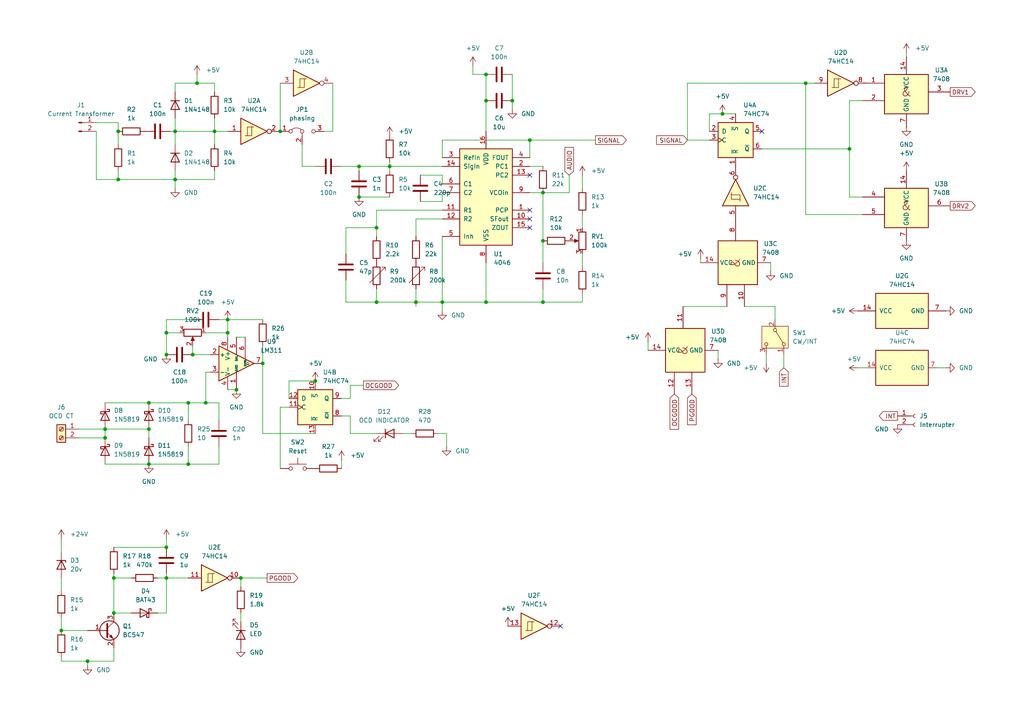
<source format=kicad_sch>
(kicad_sch (version 20231120) (generator "eeschema") (generator_version "8.0")
  (paper "A4")
  (title_block (title "HNaderi's PLL SSTC") (rev "2") (company "hnaderi.dev"))
  (junction (at 48.26 96.52))
  (junction (at 17.78 182.88))
  (junction (at 43.18 116.84))
  (junction (at 33.02 177.8))
  (junction (at 209.55 33.02))
  (junction (at 43.18 134.62))
  (junction (at 66.04 92.71))
  (junction (at 66.04 96.52))
  (junction (at 25.4 191.77))
  (junction (at 76.2 105.41))
  (junction (at 55.88 102.87))
  (junction (at 104.14 57.15))
  (junction (at 33.02 167.64))
  (junction (at 140.97 21.59))
  (junction (at 48.26 102.87))
  (junction (at 59.69 116.84))
  (junction (at 54.61 116.84))
  (junction (at 57.15 24.13))
  (junction (at 113.03 48.26))
  (junction (at 34.29 38.1))
  (junction (at 128.27 87.63))
  (junction (at 69.85 167.64))
  (junction (at 43.18 124.46))
  (junction (at 48.26 167.64))
  (junction (at 140.97 87.63))
  (junction (at 109.22 66.04))
  (junction (at 157.48 55.88))
  (junction (at 157.48 69.85))
  (junction (at 62.23 38.1))
  (junction (at 140.97 29.21))
  (junction (at 50.8 38.1))
  (junction (at 54.61 134.62))
  (junction (at 157.48 87.63))
  (junction (at 68.58 113.03))
  (junction (at 50.8 52.07))
  (junction (at 148.59 29.21))
  (junction (at 34.29 52.07))
  (junction (at 120.65 87.63))
  (junction (at 233.68 24.13))
  (junction (at 30.48 124.46))
  (junction (at 246.38 43.18))
  (junction (at 30.48 127))
  (junction (at 81.28 38.1))
  (junction (at 104.14 48.26))
  (junction (at 109.22 87.63))
  (junction (at 48.26 158.75))
  (junction (at 91.44 110.49))
  (junction (at 153.67 40.64))
  (no_connect (at 162.56 181.61))
  (no_connect (at 153.67 60.96))
  (no_connect (at 153.67 66.04))
  (no_connect (at 153.67 63.5))
  (no_connect (at 220.98 38.1))
  (no_connect (at 153.67 50.8))
  (wire (pts (xy 30.48 134.62) (xy 43.18 134.62)))
  (wire (pts (xy 81.28 24.13) (xy 81.28 38.1)))
  (wire (pts (xy 63.5 92.71) (xy 66.04 92.71)))
  (wire (pts (xy 48.26 92.71) (xy 48.26 96.52)))
  (wire (pts (xy 223.52 78.74) (xy 223.52 76.2)))
  (wire (pts (xy 34.29 49.53) (xy 34.29 52.07)))
  (wire (pts (xy 208.28 104.14) (xy 208.28 101.6)))
  (wire (pts (xy 60.96 107.95) (xy 59.69 107.95)))
  (wire (pts (xy 87.63 48.26) (xy 91.44 48.26)))
  (wire (pts (xy 129.54 129.54) (xy 129.54 125.73)))
  (wire (pts (xy 262.89 15.24) (xy 262.89 16.51)))
  (wire (pts (xy 54.61 167.64) (xy 48.26 167.64)))
  (wire (pts (xy 100.33 87.63) (xy 109.22 87.63)))
  (wire (pts (xy 57.15 21.59) (xy 57.15 24.13)))
  (wire (pts (xy 101.6 120.65) (xy 101.6 125.73)))
  (wire (pts (xy 27.94 35.56) (xy 34.29 35.56)))
  (wire (pts (xy 99.06 120.65) (xy 101.6 120.65)))
  (wire (pts (xy 68.58 97.79) (xy 71.12 97.79)))
  (wire (pts (xy 140.97 29.21) (xy 140.97 38.1)))
  (wire (pts (xy 274.32 106.68) (xy 271.78 106.68)))
  (wire (pts (xy 55.88 92.71) (xy 48.26 92.71)))
  (wire (pts (xy 100.33 66.04) (xy 100.33 73.66)))
  (wire (pts (xy 199.39 24.13) (xy 199.39 40.64)))
  (wire (pts (xy 100.33 66.04) (xy 109.22 66.04)))
  (wire (pts (xy 93.98 38.1) (xy 96.52 38.1)))
  (wire (pts (xy 224.79 92.71) (xy 224.79 88.9)))
  (wire (pts (xy 66.04 92.71) (xy 76.2 92.71)))
  (wire (pts (xy 63.5 134.62) (xy 63.5 129.54)))
  (wire (pts (xy 62.23 38.1) (xy 66.04 38.1)))
  (wire (pts (xy 50.8 38.1) (xy 50.8 34.29)))
  (wire (pts (xy 119.38 125.73) (xy 116.84 125.73)))
  (wire (pts (xy 66.04 97.79) (xy 66.04 96.52)))
  (wire (pts (xy 27.94 52.07) (xy 34.29 52.07)))
  (wire (pts (xy 104.14 57.15) (xy 113.03 57.15)))
  (wire (pts (xy 120.65 88.9) (xy 120.65 87.63)))
  (wire (pts (xy 101.6 125.73) (xy 109.22 125.73)))
  (wire (pts (xy 153.67 40.64) (xy 153.67 45.72)))
  (wire (pts (xy 83.82 110.49) (xy 91.44 110.49)))
  (wire (pts (xy 157.48 87.63) (xy 168.91 87.63)))
  (wire (pts (xy 236.22 24.13) (xy 233.68 24.13)))
  (wire (pts (xy 45.72 177.8) (xy 48.26 177.8)))
  (wire (pts (xy 69.85 180.34) (xy 69.85 177.8)))
  (wire (pts (xy 54.61 116.84) (xy 59.69 116.84)))
  (wire (pts (xy 168.91 50.8) (xy 168.91 54.61)))
  (wire (pts (xy 55.88 100.33) (xy 55.88 102.87)))
  (wire (pts (xy 48.26 102.87) (xy 48.26 96.52)))
  (wire (pts (xy 81.28 118.11) (xy 81.28 135.89)))
  (wire (pts (xy 227.33 102.87) (xy 227.33 106.68)))
  (wire (pts (xy 168.91 77.47) (xy 168.91 73.66)))
  (wire (pts (xy 120.65 87.63) (xy 128.27 87.63)))
  (wire (pts (xy 30.48 124.46) (xy 43.18 124.46)))
  (wire (pts (xy 157.48 87.63) (xy 140.97 87.63)))
  (wire (pts (xy 233.68 24.13) (xy 199.39 24.13)))
  (wire (pts (xy 33.02 191.77) (xy 33.02 187.96)))
  (wire (pts (xy 33.02 167.64) (xy 33.02 177.8)))
  (wire (pts (xy 59.69 107.95) (xy 59.69 116.84)))
  (wire (pts (xy 33.02 166.37) (xy 33.02 167.64)))
  (wire (pts (xy 25.4 182.88) (xy 17.78 182.88)))
  (wire (pts (xy 246.38 29.21) (xy 250.19 29.21)))
  (wire (pts (xy 129.54 125.73) (xy 127 125.73)))
  (wire (pts (xy 43.18 124.46) (xy 43.18 127)))
  (wire (pts (xy 168.91 87.63) (xy 168.91 85.09)))
  (wire (pts (xy 120.65 63.5) (xy 120.65 68.58)))
  (wire (pts (xy 99.06 133.35) (xy 99.06 135.89)))
  (wire (pts (xy 113.03 48.26) (xy 128.27 48.26)))
  (wire (pts (xy 50.8 54.61) (xy 50.8 52.07)))
  (wire (pts (xy 45.72 167.64) (xy 48.26 167.64)))
  (wire (pts (xy 48.26 177.8) (xy 48.26 167.64)))
  (wire (pts (xy 22.86 127) (xy 30.48 127)))
  (wire (pts (xy 38.1 167.64) (xy 33.02 167.64)))
  (wire (pts (xy 187.96 101.6) (xy 187.96 99.06)))
  (wire (pts (xy 22.86 124.46) (xy 30.48 124.46)))
  (wire (pts (xy 81.28 118.11) (xy 83.82 118.11)))
  (wire (pts (xy 25.4 191.77) (xy 33.02 191.77)))
  (wire (pts (xy 30.48 124.46) (xy 30.48 127)))
  (wire (pts (xy 17.78 171.45) (xy 17.78 167.64)))
  (wire (pts (xy 203.2 76.2) (xy 203.2 74.93)))
  (wire (pts (xy 76.2 125.73) (xy 76.2 105.41)))
  (wire (pts (xy 30.48 116.84) (xy 43.18 116.84)))
  (wire (pts (xy 153.67 55.88) (xy 157.48 55.88)))
  (wire (pts (xy 128.27 50.8) (xy 128.27 53.34)))
  (wire (pts (xy 55.88 102.87) (xy 60.96 102.87)))
  (wire (pts (xy 43.18 116.84) (xy 54.61 116.84)))
  (wire (pts (xy 209.55 33.02) (xy 213.36 33.02)))
  (wire (pts (xy 43.18 134.62) (xy 54.61 134.62)))
  (wire (pts (xy 62.23 34.29) (xy 62.23 38.1)))
  (wire (pts (xy 48.26 96.52) (xy 52.07 96.52)))
  (wire (pts (xy 246.38 57.15) (xy 250.19 57.15)))
  (wire (pts (xy 27.94 38.1) (xy 27.94 52.07)))
  (wire (pts (xy 104.14 48.26) (xy 113.03 48.26)))
  (wire (pts (xy 83.82 115.57) (xy 83.82 110.49)))
  (wire (pts (xy 137.16 19.05) (xy 137.16 21.59)))
  (wire (pts (xy 54.61 134.62) (xy 54.61 129.54)))
  (wire (pts (xy 157.48 87.63) (xy 157.48 83.82)))
  (wire (pts (xy 224.79 88.9) (xy 215.9 88.9)))
  (wire (pts (xy 198.12 88.9) (xy 210.82 88.9)))
  (wire (pts (xy 57.15 24.13) (xy 62.23 24.13)))
  (wire (pts (xy 87.63 41.91) (xy 87.63 48.26)))
  (wire (pts (xy 48.26 166.37) (xy 48.26 167.64)))
  (wire (pts (xy 96.52 38.1) (xy 96.52 24.13)))
  (wire (pts (xy 137.16 21.59) (xy 140.97 21.59)))
  (wire (pts (xy 109.22 60.96) (xy 128.27 60.96)))
  (wire (pts (xy 49.53 38.1) (xy 50.8 38.1)))
  (wire (pts (xy 109.22 87.63) (xy 120.65 87.63)))
  (wire (pts (xy 17.78 191.77) (xy 25.4 191.77)))
  (wire (pts (xy 62.23 24.13) (xy 62.23 26.67)))
  (wire (pts (xy 205.74 38.1) (xy 205.74 33.02)))
  (wire (pts (xy 17.78 160.02) (xy 17.78 156.21)))
  (wire (pts (xy 109.22 68.58) (xy 109.22 66.04)))
  (wire (pts (xy 148.59 21.59) (xy 148.59 29.21)))
  (wire (pts (xy 69.85 167.64) (xy 77.47 167.64)))
  (wire (pts (xy 233.68 62.23) (xy 250.19 62.23)))
  (wire (pts (xy 205.74 40.64) (xy 199.39 40.64)))
  (wire (pts (xy 66.04 92.71) (xy 66.04 96.52)))
  (wire (pts (xy 246.38 43.18) (xy 246.38 57.15)))
  (wire (pts (xy 76.2 100.33) (xy 76.2 105.41)))
  (wire (pts (xy 109.22 83.82) (xy 109.22 87.63)))
  (wire (pts (xy 101.6 115.57) (xy 99.06 115.57)))
  (wire (pts (xy 101.6 111.76) (xy 101.6 115.57)))
  (wire (pts (xy 50.8 52.07) (xy 62.23 52.07)))
  (wire (pts (xy 128.27 90.17) (xy 128.27 87.63)))
  (wire (pts (xy 50.8 52.07) (xy 34.29 52.07)))
  (wire (pts (xy 128.27 45.72) (xy 128.27 40.64)))
  (wire (pts (xy 62.23 41.91) (xy 62.23 38.1)))
  (wire (pts (xy 17.78 179.07) (xy 17.78 182.88)))
  (wire (pts (xy 205.74 33.02) (xy 209.55 33.02)))
  (wire (pts (xy 34.29 35.56) (xy 34.29 38.1)))
  (wire (pts (xy 113.03 49.53) (xy 113.03 48.26)))
  (wire (pts (xy 105.41 111.76) (xy 101.6 111.76)))
  (wire (pts (xy 120.65 63.5) (xy 128.27 63.5)))
  (wire (pts (xy 50.8 52.07) (xy 50.8 49.53)))
  (wire (pts (xy 17.78 191.77) (xy 17.78 190.5)))
  (wire (pts (xy 50.8 24.13) (xy 57.15 24.13)))
  (wire (pts (xy 121.92 50.8) (xy 128.27 50.8)))
  (wire (pts (xy 157.48 55.88) (xy 157.48 69.85)))
  (wire (pts (xy 128.27 87.63) (xy 140.97 87.63)))
  (wire (pts (xy 165.1 55.88) (xy 157.48 55.88)))
  (wire (pts (xy 48.26 158.75) (xy 33.02 158.75)))
  (wire (pts (xy 38.1 177.8) (xy 33.02 177.8)))
  (wire (pts (xy 121.92 58.42) (xy 128.27 58.42)))
  (wire (pts (xy 153.67 48.26) (xy 157.48 48.26)))
  (wire (pts (xy 25.4 193.04) (xy 25.4 191.77)))
  (wire (pts (xy 59.69 116.84) (xy 63.5 116.84)))
  (wire (pts (xy 222.25 105.41) (xy 222.25 102.87)))
  (wire (pts (xy 153.67 40.64) (xy 172.72 40.64)))
  (wire (pts (xy 148.59 29.21) (xy 148.59 31.75)))
  (wire (pts (xy 140.97 76.2) (xy 140.97 87.63)))
  (wire (pts (xy 165.1 50.8) (xy 165.1 55.88)))
  (wire (pts (xy 220.98 43.18) (xy 246.38 43.18)))
  (wire (pts (xy 100.33 81.28) (xy 100.33 87.63)))
  (wire (pts (xy 50.8 38.1) (xy 62.23 38.1)))
  (wire (pts (xy 128.27 40.64) (xy 153.67 40.64)))
  (wire (pts (xy 50.8 41.91) (xy 50.8 38.1)))
  (wire (pts (xy 109.22 60.96) (xy 109.22 66.04)))
  (wire (pts (xy 113.03 46.99) (xy 113.03 48.26)))
  (wire (pts (xy 99.06 48.26) (xy 104.14 48.26)))
  (wire (pts (xy 248.92 106.68) (xy 251.46 106.68)))
  (wire (pts (xy 54.61 134.62) (xy 63.5 134.62)))
  (wire (pts (xy 157.48 69.85) (xy 157.48 76.2)))
  (wire (pts (xy 168.91 66.04) (xy 168.91 62.23)))
  (wire (pts (xy 120.65 83.82) (xy 120.65 87.63)))
  (wire (pts (xy 233.68 24.13) (xy 233.68 62.23)))
  (wire (pts (xy 54.61 116.84) (xy 54.61 121.92)))
  (wire (pts (xy 140.97 21.59) (xy 140.97 29.21)))
  (wire (pts (xy 246.38 29.21) (xy 246.38 43.18)))
  (wire (pts (xy 66.04 113.03) (xy 68.58 113.03)))
  (wire (pts (xy 48.26 156.21) (xy 48.26 158.75)))
  (wire (pts (xy 250.19 24.13) (xy 251.46 24.13)))
  (wire (pts (xy 63.5 116.84) (xy 63.5 121.92)))
  (wire (pts (xy 69.85 167.64) (xy 69.85 170.18)))
  (wire (pts (xy 128.27 68.58) (xy 128.27 87.63)))
  (wire (pts (xy 91.44 125.73) (xy 76.2 125.73)))
  (wire (pts (xy 50.8 24.13) (xy 50.8 26.67)))
  (wire (pts (xy 128.27 58.42) (xy 128.27 55.88)))
  (wire (pts (xy 104.14 48.26) (xy 104.14 49.53)))
  (wire (pts (xy 62.23 49.53) (xy 62.23 52.07)))
  (wire (pts (xy 66.04 96.52) (xy 59.69 96.52)))
  (wire (pts (xy 34.29 41.91) (xy 34.29 38.1)))
  (global_label "INT" (shape output) (at 260.35 120.65 180) (property "Intersheetrefs" "${INTERSHEET_REFS}" (effects (hide yes))))
  (global_label "INT" (shape input) (at 227.33 106.68 270) (property "Intersheetrefs" "${INTERSHEET_REFS}" (effects (hide yes))))
  (global_label "SIGNAL" (shape input) (at 199.39 40.64 180) (property "Intersheetrefs" "${INTERSHEET_REFS}" (effects (hide yes))))
  (global_label "OCGOOD" (shape output) (at 105.41 111.76 0) (property "Intersheetrefs" "${INTERSHEET_REFS}" (effects (hide yes))))
  (global_label "OCGOOD" (shape input) (at 195.58 114.3 270) (property "Intersheetrefs" "${INTERSHEET_REFS}" (effects (hide yes))))
  (global_label "PGOOD" (shape input) (at 200.66 114.3 270) (property "Intersheetrefs" "${INTERSHEET_REFS}" (effects (hide yes))))
  (global_label "AUDIO" (shape input) (at 165.1 50.8 90) (property "Intersheetrefs" "${INTERSHEET_REFS}" (effects (hide yes))))
  (global_label "PGOOD" (shape output) (at 77.47 167.64 0) (property "Intersheetrefs" "${INTERSHEET_REFS}" (effects (hide yes))))
  (global_label "SIGNAL" (shape output) (at 172.72 40.64 0) (property "Intersheetrefs" "${INTERSHEET_REFS}" (effects (hide yes))))
  (global_label "DRV1" (shape output) (at 275.59 26.67 0) (property "Intersheetrefs" "${INTERSHEET_REFS}" (effects (hide yes))))
  (global_label "DRV2" (shape output) (at 275.59 59.69 0) (property "Intersheetrefs" "${INTERSHEET_REFS}" (effects (hide yes))))
  (symbol (lib_id "74xx:74HC74") (at 213.36 40.64 0) (unit 1)
    (property "Reference" "U4" (at 215.5541 30.48 0) (effects (justify left)))
    (property "Value" "74HC74" (at 215.5541 33.02 0) (effects (justify left)))
    (property "Footprint" "Package_DIP:DIP-14_W7.62mm" (effects (hide yes)))
    (property "Datasheet" "74xx/74hc_hct74.pdf" (effects (hide yes)))
    (property "Description" "Dual D Flip-flop, Set & Reset" (effects (hide yes)))
  )
  (symbol (lib_id "Diode:BAT43") (at 41.91 177.8 0) (mirror y) (unit 1)
    (property "Reference" "D4" (at 42.2275 171.45 0))
    (property "Value" "BAT43" (at 42.2275 173.99 0))
    (property "Footprint" "Diode_THT:D_DO-35_SOD27_P7.62mm_Horizontal" (effects (hide yes)))
    (property "Datasheet" "http://www.vishay.com/docs/85660/bat42.pdf" (effects (hide yes)))
    (property "Description" "30V 0.2A Small Signal Schottky Diode, DO-35" (effects (hide yes)))
  )
  (symbol (lib_id "power:+5V") (at 222.25 105.41 0) (mirror x) (unit 1)
    (property "Reference" "#PWR032" (effects (hide yes)))
    (property "Value" "+5V" (at 219.71 106.6799 0) (effects (justify right)))
    (property "Description" "Power symbol creates a global label with name \"+5V\"" (effects (hide yes)))
  )
  (symbol (lib_id "74xx:74HC14") (at 213.36 55.88 90) (unit 3)
    (property "Reference" "U2" (at 218.44 54.6099 90) (effects (justify right)))
    (property "Value" "74HC14" (at 218.44 57.1499 90) (effects (justify right)))
    (property "Footprint" "Package_DIP:DIP-14_W7.62mm" (effects (hide yes)))
    (property "Datasheet" "http://www.ti.com/lit/gpn/sn74HC14" (effects (hide yes)))
    (property "Description" "Hex inverter schmitt trigger" (effects (hide yes)))
  )
  (symbol (lib_id "Device:C") (at 63.5 125.73 0) (unit 1)
    (property "Reference" "C20" (at 67.31 124.4599 0) (effects (justify left)))
    (property "Value" "1n" (at 67.31 126.9999 0) (effects (justify left)))
    (property "Description" "Unpolarized capacitor" (effects (hide yes)))
  )
  (symbol (lib_id "power:+5V") (at 99.06 133.35 0) (unit 1)
    (property "Reference" "#PWR049" (effects (hide yes)))
    (property "Value" "+5V" (at 101.6 132.0799 0) (effects (justify left)))
    (property "Description" "Power symbol creates a global label with name \"+5V\"" (effects (hide yes)))
  )
  (symbol (lib_id "Device:R") (at 69.85 173.99 0) (unit 1)
    (property "Reference" "R19" (at 72.39 172.7199 0) (effects (justify left)))
    (property "Value" "1.8k" (at 72.39 175.2599 0) (effects (justify left)))
    (property "Footprint" "Resistor_THT:R_Axial_DIN0207_L6.3mm_D2.5mm_P2.54mm_Vertical" (effects (hide yes)))
    (property "Description" "Resistor" (effects (hide yes)))
  )
  (symbol (lib_id "power:GND") (at 128.27 90.17 0) (unit 1)
    (property "Reference" "#PWR08" (effects (hide yes)))
    (property "Value" "GND" (at 130.81 91.4399 0) (effects (justify left)))
    (property "Description" "Power symbol creates a global label with name \"GND\" , ground" (effects (hide yes)))
  )
  (symbol (lib_id "Device:R") (at 17.78 186.69 0) (unit 1)
    (property "Reference" "R16" (at 20.32 185.4199 0) (effects (justify left)))
    (property "Value" "1k" (at 20.32 187.9599 0) (effects (justify left)))
    (property "Footprint" "Resistor_THT:R_Axial_DIN0207_L6.3mm_D2.5mm_P2.54mm_Vertical" (effects (hide yes)))
    (property "Description" "Resistor" (effects (hide yes)))
  )
  (symbol (lib_id "Device:R") (at 157.48 52.07 0) (unit 1)
    (property "Reference" "R11" (at 160.02 50.7999 0) (effects (justify left)))
    (property "Value" "22k" (at 160.02 53.3399 0) (effects (justify left)))
    (property "Footprint" "Resistor_THT:R_Axial_DIN0207_L6.3mm_D2.5mm_P2.54mm_Vertical" (effects (hide yes)))
    (property "Description" "Resistor" (effects (hide yes)))
  )
  (symbol (lib_id "Diode:1N4148") (at 50.8 30.48 270) (unit 1)
    (property "Reference" "D1" (at 53.34 29.2099 90) (effects (justify left)))
    (property "Value" "1N4148" (at 53.34 31.7499 90) (effects (justify left)))
    (property "Footprint" "Diode_THT:D_DO-35_SOD27_P7.62mm_Horizontal" (effects (hide yes)))
    (property "Datasheet" "https://assets.nexperia.com/documents/data-sheet/1N4148_1N4448.pdf" (effects (hide yes)))
    (property "Description" "100V 0.15A standard switching diode, DO-35" (effects (hide yes)))
    (property "Sim.Device" "D" (effects (hide yes)))
    (property "Sim.Pins" "1=K 2=A" (effects (hide yes)))
  )
  (symbol (lib_id "Device:C") (at 100.33 77.47 0) (unit 1)
    (property "Reference" "C5" (at 104.14 76.1999 0) (effects (justify left)))
    (property "Value" "47p" (at 104.14 78.7399 0) (effects (justify left)))
    (property "Footprint" "Capacitor_THT:C_Disc_D3.0mm_W2.0mm_P2.50mm" (effects (hide yes)))
    (property "Description" "Unpolarized capacitor" (effects (hide yes)))
  )
  (symbol (lib_id "Device:R_Variable") (at 120.65 80.01 0) (unit 1)
    (property "Reference" "R8" (at 124.46 78.7399 0) (effects (justify left)))
    (property "Value" "200k" (at 124.46 81.2799 0) (effects (justify left)))
    (property "Footprint" "Resistor_THT:R_Axial_DIN0207_L6.3mm_D2.5mm_P2.54mm_Vertical" (effects (hide yes)))
    (property "Description" "Variable resistor" (effects (hide yes)))
  )
  (symbol (lib_id "Device:R") (at 41.91 167.64 270) (unit 1)
    (property "Reference" "R18" (at 41.91 161.29 90))
    (property "Value" "470k" (at 41.91 163.83 90))
    (property "Footprint" "Resistor_THT:R_Axial_DIN0207_L6.3mm_D2.5mm_P2.54mm_Vertical" (effects (hide yes)))
    (property "Description" "Resistor" (effects (hide yes)))
  )
  (symbol (lib_id "Device:R") (at 38.1 38.1 270) (unit 1)
    (property "Reference" "R2" (at 38.1 31.75 90))
    (property "Value" "1k" (at 38.1 34.29 90))
    (property "Footprint" "Resistor_THT:R_Axial_DIN0207_L6.3mm_D2.5mm_P2.54mm_Vertical" (effects (hide yes)))
    (property "Description" "Resistor" (effects (hide yes)))
  )
  (symbol (lib_id "power:+5V") (at 203.2 74.93 0) (unit 1)
    (property "Reference" "#PWR033" (effects (hide yes)))
    (property "Value" "+5V" (at 200.66 73.6599 0) (effects (justify right)))
    (property "Description" "Power symbol creates a global label with name \"+5V\"" (effects (hide yes)))
  )
  (symbol (lib_id "4xxx:4046") (at 140.97 55.88 0) (unit 1)
    (property "Reference" "U1" (at 143.1641 73.66 0) (effects (justify left)))
    (property "Value" "4046" (at 143.1641 76.2 0) (effects (justify left)))
    (property "Footprint" "Package_DIP:DIP-14_W7.62mm" (effects (hide yes)))
    (property "Datasheet" "https://assets.nexperia.com/documents/data-sheet/HEF4046B.pdf" (effects (hide yes)))
    (property "Description" "Phase Comp & VCO" (effects (hide yes)))
  )
  (symbol (lib_id "Device:R") (at 33.02 162.56 0) (unit 1)
    (property "Reference" "R17" (at 35.56 161.2899 0) (effects (justify left)))
    (property "Value" "1k" (at 35.56 163.8299 0) (effects (justify left)))
    (property "Footprint" "Resistor_THT:R_Axial_DIN0207_L6.3mm_D2.5mm_P2.54mm_Vertical" (effects (hide yes)))
    (property "Description" "Resistor" (effects (hide yes)))
  )
  (symbol (lib_id "power:GND") (at 148.59 31.75 0) (unit 1)
    (property "Reference" "#PWR010" (effects (hide yes)))
    (property "Value" "GND" (at 151.13 33.0199 0) (effects (justify left)))
    (property "Description" "Power symbol creates a global label with name \"GND\" , ground" (effects (hide yes)))
  )
  (symbol (lib_id "74xx_IEEE:7408") (at 198.12 101.6 90) (unit 4)
    (property "Reference" "U3" (at 208.28 96.1038 90))
    (property "Value" "7408" (at 208.28 98.6438 90))
    (property "Footprint" "Package_DIP:DIP-14_W7.62mm" (effects (hide yes)))
  )
  (symbol (lib_id "power:GND") (at 50.8 54.61 0) (unit 1)
    (property "Reference" "#PWR02" (effects (hide yes)))
    (property "Value" "GND" (at 53.34 55.8799 0) (effects (justify left)))
    (property "Description" "Power symbol creates a global label with name \"GND\" , ground" (effects (hide yes)))
  )
  (symbol (lib_id "Diode:1N5819") (at 30.48 120.65 270) (unit 1)
    (property "Reference" "D8" (at 33.02 119.0624 90) (effects (justify left)))
    (property "Value" "1N5819" (at 33.02 121.6024 90) (effects (justify left)))
    (property "Footprint" "Diode_THT:D_DO-41_SOD81_P10.16mm_Horizontal" (effects (hide yes)))
    (property "Datasheet" "http://www.vishay.com/docs/88525/1n5817.pdf" (effects (hide yes)))
    (property "Description" "40V 1A Schottky Barrier Rectifier Diode, DO-41" (effects (hide yes)))
  )
  (symbol (lib_id "Device:R") (at 123.19 125.73 270) (unit 1)
    (property "Reference" "R28" (at 123.19 119.38 90))
    (property "Value" "470" (at 123.19 121.92 90))
    (property "Description" "Resistor" (effects (hide yes)))
  )
  (symbol (lib_id "power:GND") (at 104.14 57.15 0) (unit 1)
    (property "Reference" "#PWR07" (effects (hide yes)))
    (property "Value" "GND" (at 104.14 62.23 0))
    (property "Description" "Power symbol creates a global label with name \"GND\" , ground" (effects (hide yes)))
  )
  (symbol (lib_id "power:+5V") (at 209.55 33.02 0) (unit 1)
    (property "Reference" "#PWR016" (effects (hide yes)))
    (property "Value" "+5V" (at 209.55 27.94 0))
    (property "Description" "Power symbol creates a global label with name \"+5V\"" (effects (hide yes)))
  )
  (symbol (lib_id "power:+5V") (at 248.92 106.68 90) (unit 1)
    (property "Reference" "#PWR015" (effects (hide yes)))
    (property "Value" "+5V" (at 247.65 104.14 90))
    (property "Description" "Power symbol creates a global label with name \"+5V\"" (effects (hide yes)))
  )
  (symbol (lib_id "74xx:74HC74") (at 91.44 118.11 0) (unit 2)
    (property "Reference" "U4" (at 93.6341 107.95 0) (effects (justify left)))
    (property "Value" "74HC74" (at 93.6341 110.49 0) (effects (justify left)))
    (property "Footprint" "Package_DIP:DIP-14_W7.62mm" (effects (hide yes)))
    (property "Datasheet" "74xx/74hc_hct74.pdf" (effects (hide yes)))
    (property "Description" "Dual D Flip-flop, Set & Reset" (effects (hide yes)))
  )
  (symbol (lib_id "Jumper:Jumper_3_Bridged12") (at 87.63 38.1 0) (unit 1) (exclude_from_sim yes) (in_bom no)
    (property "Reference" "JP1" (at 87.63 31.75 0))
    (property "Value" "phasing" (at 87.63 34.29 0))
    (property "Footprint" "Connector_PinSocket_2.00mm:PinSocket_1x03_P2.00mm_Vertical" (effects (hide yes)))
    (property "Description" "Jumper, 3-pole, pins 1+2 closed/bridged" (effects (hide yes)))
  )
  (symbol (lib_id "power:+5V") (at 187.96 99.06 0) (unit 1)
    (property "Reference" "#PWR035" (effects (hide yes)))
    (property "Value" "+5V" (at 185.42 97.7899 0) (effects (justify right)))
    (property "Description" "Power symbol creates a global label with name \"+5V\"" (effects (hide yes)))
  )
  (symbol (lib_id "Device:R") (at 17.78 175.26 0) (unit 1)
    (property "Reference" "R15" (at 20.32 173.9899 0) (effects (justify left)))
    (property "Value" "1k" (at 20.32 176.5299 0) (effects (justify left)))
    (property "Footprint" "Resistor_THT:R_Axial_DIN0207_L6.3mm_D2.5mm_P2.54mm_Vertical" (effects (hide yes)))
    (property "Description" "Resistor" (effects (hide yes)))
  )
  (symbol (lib_id "74xx:74HC74") (at 261.62 106.68 90) (unit 3)
    (property "Reference" "U4" (at 261.62 96.52 90))
    (property "Value" "74HC74" (at 261.62 99.06 90))
    (property "Footprint" "Package_DIP:DIP-14_W7.62mm" (effects (hide yes)))
    (property "Datasheet" "74xx/74hc_hct74.pdf" (effects (hide yes)))
    (property "Description" "Dual D Flip-flop, Set & Reset" (effects (hide yes)))
  )
  (symbol (lib_id "Diode:1N4148") (at 50.8 45.72 270) (unit 1)
    (property "Reference" "D2" (at 53.34 44.4499 90) (effects (justify left)))
    (property "Value" "1N4148" (at 53.34 46.9899 90) (effects (justify left)))
    (property "Footprint" "Diode_THT:D_DO-35_SOD27_P7.62mm_Horizontal" (effects (hide yes)))
    (property "Datasheet" "https://assets.nexperia.com/documents/data-sheet/1N4148_1N4448.pdf" (effects (hide yes)))
    (property "Description" "100V 0.15A standard switching diode, DO-35" (effects (hide yes)))
    (property "Sim.Device" "D" (effects (hide yes)))
    (property "Sim.Pins" "1=K 2=A" (effects (hide yes)))
  )
  (symbol (lib_id "power:+5V") (at 57.15 21.59 0) (unit 1)
    (property "Reference" "#PWR05" (effects (hide yes)))
    (property "Value" "+5V" (at 59.69 20.3199 0) (effects (justify left)))
    (property "Description" "Power symbol creates a global label with name \"+5V\"" (effects (hide yes)))
  )
  (symbol (lib_id "power:GND") (at 274.32 106.68 90) (unit 1)
    (property "Reference" "#PWR014" (effects (hide yes)))
    (property "Value" "GND" (at 278.13 106.6799 90) (effects (justify right)))
    (property "Description" "Power symbol creates a global label with name \"GND\" , ground" (effects (hide yes)))
  )
  (symbol (lib_id "Connector:Screw_Terminal_01x02") (at 17.78 124.46 0) (mirror y) (unit 1)
    (property "Reference" "J6" (at 17.78 118.11 0))
    (property "Value" "OCD CT" (at 17.78 120.65 0))
    (property "Description" "Generic screw terminal, single row, 01x02, script generated (kicad-library-utils/schlib/autogen/connector/)" (effects (hide yes)))
  )
  (symbol (lib_id "power:GND") (at 48.26 102.87 0) (unit 1)
    (property "Reference" "#PWR045" (effects (hide yes)))
    (property "Value" "GND" (at 45.72 104.1399 0) (effects (justify right)))
    (property "Description" "Power symbol creates a global label with name \"GND\" , ground" (effects (hide yes)))
  )
  (symbol (lib_id "74xx:74HC14") (at 62.23 167.64 0) (unit 5)
    (property "Reference" "U2" (at 62.23 158.75 0))
    (property "Value" "74HC14" (at 62.23 161.29 0))
    (property "Footprint" "Package_DIP:DIP-14_W7.62mm" (effects (hide yes)))
    (property "Datasheet" "http://www.ti.com/lit/gpn/sn74HC14" (effects (hide yes)))
    (property "Description" "Hex inverter schmitt trigger" (effects (hide yes)))
  )
  (symbol (lib_id "74xx:74HC14") (at 88.9 24.13 0) (unit 2)
    (property "Reference" "U2" (at 88.9 15.24 0))
    (property "Value" "74HC14" (at 88.9 17.78 0))
    (property "Footprint" "Package_DIP:DIP-14_W7.62mm" (effects (hide yes)))
    (property "Datasheet" "http://www.ti.com/lit/gpn/sn74HC14" (effects (hide yes)))
    (property "Description" "Hex inverter schmitt trigger" (effects (hide yes)))
  )
  (symbol (lib_id "Device:R") (at 54.61 125.73 0) (unit 1)
    (property "Reference" "R25" (at 57.15 124.4599 0) (effects (justify left)))
    (property "Value" "10" (at 57.15 126.9999 0) (effects (justify left)))
    (property "Description" "Resistor" (effects (hide yes)))
  )
  (symbol (lib_id "Device:R_Potentiometer") (at 55.88 96.52 270) (unit 1)
    (property "Reference" "RV2" (at 55.88 90.17 90))
    (property "Value" "100k" (at 55.88 92.71 90))
    (property "Description" "Potentiometer" (effects (hide yes)))
  )
  (symbol (lib_id "Device:C") (at 157.48 80.01 0) (unit 1)
    (property "Reference" "C8" (at 161.29 78.7399 0) (effects (justify left)))
    (property "Value" "10n" (at 161.29 81.2799 0) (effects (justify left)))
    (property "Footprint" "Capacitor_THT:C_Disc_D3.0mm_W2.0mm_P2.50mm" (effects (hide yes)))
    (property "Description" "Unpolarized capacitor" (effects (hide yes)))
  )
  (symbol (lib_id "power:+15V") (at 17.78 156.21 0) (unit 1)
    (property "Reference" "#PWR027" (effects (hide yes)))
    (property "Value" "+24V" (at 20.32 154.9399 0) (effects (justify left)))
    (property "Description" "Power symbol creates a global label with name \"+15V\"" (effects (hide yes)))
  )
  (symbol (lib_id "Switch:SW_Push") (at 86.36 135.89 0) (unit 1)
    (property "Reference" "SW2" (at 86.36 128.27 0))
    (property "Value" "Reset" (at 86.36 130.81 0))
    (property "Description" "Push button switch, generic, two pins" (effects (hide yes)))
  )
  (symbol (lib_id "power:+5V") (at 66.04 92.71 0) (unit 1)
    (property "Reference" "#PWR046" (effects (hide yes)))
    (property "Value" "+5V" (at 66.04 87.63 0))
    (property "Description" "Power symbol creates a global label with name \"+5V\"" (effects (hide yes)))
  )
  (symbol (lib_id "Device:C") (at 95.25 48.26 90) (unit 1)
    (property "Reference" "C2" (at 95.25 53.34 90))
    (property "Value" "100n" (at 95.25 55.88 90))
    (property "Footprint" "Capacitor_THT:C_Disc_D3.0mm_W2.0mm_P2.50mm" (effects (hide yes)))
    (property "Description" "Unpolarized capacitor" (effects (hide yes)))
  )
  (symbol (lib_id "power:GND") (at 69.85 187.96 0) (unit 1)
    (property "Reference" "#PWR030" (effects (hide yes)))
    (property "Value" "GND" (at 72.39 189.2299 0) (effects (justify left)))
    (property "Description" "Power symbol creates a global label with name \"GND\" , ground" (effects (hide yes)))
  )
  (symbol (lib_id "power:+5V") (at 48.26 156.21 0) (unit 1)
    (property "Reference" "#PWR029" (effects (hide yes)))
    (property "Value" "+5V" (at 50.8 154.9399 0) (effects (justify left)))
    (property "Description" "Power symbol creates a global label with name \"+5V\"" (effects (hide yes)))
  )
  (symbol (lib_id "Comparator:LM311") (at 68.58 105.41 0) (unit 1)
    (property "Reference" "U9" (at 78.74 99.0914 0))
    (property "Value" "LM311" (at 78.74 101.6314 0))
    (property "Datasheet" "https://www.st.com/resource/en/datasheet/lm311.pdf" (effects (hide yes)))
    (property "Description" "Voltage Comparator, DIP-8/SOIC-8" (effects (hide yes)))
  )
  (symbol (lib_id "Diode:1N5819") (at 30.48 130.81 270) (unit 1)
    (property "Reference" "D9" (at 33.02 129.2224 90) (effects (justify left)))
    (property "Value" "1N5819" (at 33.02 131.7624 90) (effects (justify left)))
    (property "Footprint" "Diode_THT:D_DO-41_SOD81_P10.16mm_Horizontal" (effects (hide yes)))
    (property "Datasheet" "http://www.vishay.com/docs/88525/1n5817.pdf" (effects (hide yes)))
    (property "Description" "40V 1A Schottky Barrier Rectifier Diode, DO-41" (effects (hide yes)))
  )
  (symbol (lib_id "Device:R") (at 113.03 43.18 0) (unit 1)
    (property "Reference" "R7" (at 115.57 41.9099 0) (effects (justify left)))
    (property "Value" "10k" (at 115.57 44.4499 0) (effects (justify left)))
    (property "Footprint" "Resistor_THT:R_Axial_DIN0207_L6.3mm_D2.5mm_P2.54mm_Vertical" (effects (hide yes)))
    (property "Description" "Resistor" (effects (hide yes)))
  )
  (symbol (lib_id "power:+5V") (at 91.44 110.49 0) (unit 1)
    (property "Reference" "#PWR048" (effects (hide yes)))
    (property "Value" "+5V" (at 91.44 105.41 0))
    (property "Description" "Power symbol creates a global label with name \"+5V\"" (effects (hide yes)))
  )
  (symbol (lib_id "74xx:74HC14") (at 154.94 181.61 0) (unit 6)
    (property "Reference" "U2" (at 154.94 172.72 0))
    (property "Value" "74HC14" (at 154.94 175.26 0))
    (property "Footprint" "Package_DIP:DIP-14_W7.62mm" (effects (hide yes)))
    (property "Datasheet" "http://www.ti.com/lit/gpn/sn74HC14" (effects (hide yes)))
    (property "Description" "Hex inverter schmitt trigger" (effects (hide yes)))
  )
  (symbol (lib_id "74xx_IEEE:7408") (at 262.89 26.67 0) (unit 1)
    (property "Reference" "U3" (at 273.05 20.3514 0))
    (property "Value" "7408" (at 273.05 22.8914 0))
    (property "Footprint" "Package_DIP:DIP-14_W7.62mm" (effects (hide yes)))
  )
  (symbol (lib_id "74xx:74HC14") (at 73.66 38.1 0) (unit 1)
    (property "Reference" "U2" (at 73.66 29.21 0))
    (property "Value" "74HC14" (at 73.66 31.75 0))
    (property "Footprint" "Package_DIP:DIP-14_W7.62mm" (effects (hide yes)))
    (property "Datasheet" "http://www.ti.com/lit/gpn/sn74HC14" (effects (hide yes)))
    (property "Description" "Hex inverter schmitt trigger" (effects (hide yes)))
  )
  (symbol (lib_id "Device:R") (at 168.91 58.42 0) (unit 1)
    (property "Reference" "R13" (at 171.45 57.1499 0) (effects (justify left)))
    (property "Value" "1k" (at 171.45 59.6899 0) (effects (justify left)))
    (property "Footprint" "Resistor_THT:R_Axial_DIN0207_L6.3mm_D2.5mm_P2.54mm_Vertical" (effects (hide yes)))
    (property "Description" "Resistor" (effects (hide yes)))
  )
  (symbol (lib_id "Device:R") (at 62.23 30.48 0) (unit 1)
    (property "Reference" "R3" (at 64.77 29.2099 0) (effects (justify left)))
    (property "Value" "10k" (at 64.77 31.7499 0) (effects (justify left)))
    (property "Footprint" "Resistor_THT:R_Axial_DIN0207_L6.3mm_D2.5mm_P2.54mm_Vertical" (effects (hide yes)))
    (property "Description" "Resistor" (effects (hide yes)))
  )
  (symbol (lib_id "74xx_IEEE:7408") (at 262.89 59.69 0) (unit 2)
    (property "Reference" "U3" (at 273.05 53.3714 0))
    (property "Value" "7408" (at 273.05 55.9114 0))
    (property "Footprint" "Package_DIP:DIP-14_W7.62mm" (effects (hide yes)))
  )
  (symbol (lib_id "power:+15V") (at 147.32 181.61 0) (unit 1)
    (property "Reference" "#PWR055" (effects (hide yes)))
    (property "Value" "+5V" (at 147.32 176.53 0))
    (property "Description" "Power symbol creates a global label with name \"+15V\"" (effects (hide yes)))
  )
  (symbol (lib_id "Device:C") (at 121.92 54.61 0) (unit 1)
    (property "Reference" "C4" (at 125.73 53.3399 0) (effects (justify left)))
    (property "Value" "220p" (at 125.73 55.8799 0) (effects (justify left)))
    (property "Footprint" "Capacitor_THT:C_Disc_D3.0mm_W2.0mm_P2.50mm" (effects (hide yes)))
    (property "Description" "Unpolarized capacitor" (effects (hide yes)))
  )
  (symbol (lib_id "74xx_IEEE:7408") (at 213.36 76.2 90) (unit 3)
    (property "Reference" "U3" (at 223.52 70.7038 90))
    (property "Value" "7408" (at 223.52 73.2438 90))
    (property "Footprint" "Package_DIP:DIP-14_W7.62mm" (effects (hide yes)))
  )
  (symbol (lib_id "Device:R") (at 161.29 69.85 90) (unit 1)
    (property "Reference" "R12" (at 161.29 63.5 90))
    (property "Value" "10k" (at 161.29 66.04 90))
    (property "Footprint" "Resistor_THT:R_Axial_DIN0207_L6.3mm_D2.5mm_P2.54mm_Vertical" (effects (hide yes)))
    (property "Description" "Resistor" (effects (hide yes)))
  )
  (symbol (lib_id "Device:C") (at 59.69 92.71 270) (unit 1)
    (property "Reference" "C19" (at 59.69 85.09 90))
    (property "Value" "100n" (at 59.69 87.63 90))
    (property "Description" "Unpolarized capacitor" (effects (hide yes)))
  )
  (symbol (lib_id "Device:C") (at 144.78 21.59 90) (unit 1)
    (property "Reference" "C7" (at 144.78 13.97 90))
    (property "Value" "100n" (at 144.78 16.51 90))
    (property "Footprint" "Capacitor_THT:C_Disc_D3.0mm_W2.0mm_P2.50mm" (effects (hide yes)))
    (property "Description" "Unpolarized capacitor" (effects (hide yes)))
  )
  (symbol (lib_id "power:+5V") (at 168.91 50.8 0) (unit 1)
    (property "Reference" "#PWR026" (effects (hide yes)))
    (property "Value" "+5V" (at 171.45 49.5299 0) (effects (justify left)))
    (property "Description" "Power symbol creates a global label with name \"+5V\"" (effects (hide yes)))
  )
  (symbol (lib_id "Switch:SW_SPDT") (at 224.79 97.79 270) (unit 1)
    (property "Reference" "SW1" (at 229.87 96.5199 90) (effects (justify left)))
    (property "Value" "CW/INT" (at 229.87 99.0599 90) (effects (justify left)))
    (property "Footprint" "Button_Switch_THT:SW_Slide_SPDT_Straight_CK_OS102011MS2Q" (effects (hide yes)))
    (property "Description" "Switch, single pole double throw" (effects (hide yes)))
  )
  (symbol (lib_id "Device:D_Zener") (at 17.78 163.83 270) (unit 1)
    (property "Reference" "D3" (at 20.32 162.5599 90) (effects (justify left)))
    (property "Value" "20v" (at 20.32 165.0999 90) (effects (justify left)))
    (property "Footprint" "Diode_THT:D_DO-35_SOD27_P10.16mm_Horizontal" (effects (hide yes)))
    (property "Description" "Zener diode" (effects (hide yes)))
  )
  (symbol (lib_id "Device:R") (at 168.91 81.28 0) (unit 1)
    (property "Reference" "R14" (at 171.45 80.0099 0) (effects (justify left)))
    (property "Value" "1k" (at 171.45 82.5499 0) (effects (justify left)))
    (property "Footprint" "Resistor_THT:R_Axial_DIN0207_L6.3mm_D2.5mm_P2.54mm_Vertical" (effects (hide yes)))
    (property "Description" "Resistor" (effects (hide yes)))
  )
  (symbol (lib_id "power:GND") (at 43.18 134.62 0) (unit 1)
    (property "Reference" "#PWR043" (effects (hide yes)))
    (property "Value" "GND" (at 43.18 139.7 0))
    (property "Description" "Power symbol creates a global label with name \"GND\" , ground" (effects (hide yes)))
  )
  (symbol (lib_id "power:+5V") (at 262.89 49.53 0) (unit 1)
    (property "Reference" "#PWR017" (effects (hide yes)))
    (property "Value" "+5V" (at 262.89 44.45 0))
    (property "Description" "Power symbol creates a global label with name \"+5V\"" (effects (hide yes)))
  )
  (symbol (lib_id "Device:R") (at 109.22 72.39 0) (unit 1)
    (property "Reference" "R10" (at 111.76 71.1199 0) (effects (justify left)))
    (property "Value" "2.2k" (at 111.76 73.6599 0) (effects (justify left)))
    (property "Footprint" "Resistor_THT:R_Axial_DIN0207_L6.3mm_D2.5mm_P2.54mm_Vertical" (effects (hide yes)))
    (property "Description" "Resistor" (effects (hide yes)))
  )
  (symbol (lib_id "power:+5V") (at 248.92 90.17 90) (unit 1)
    (property "Reference" "#PWR012" (effects (hide yes)))
    (property "Value" "+5V" (at 245.11 90.1699 90) (effects (justify left)))
    (property "Description" "Power symbol creates a global label with name \"+5V\"" (effects (hide yes)))
  )
  (symbol (lib_id "Diode:1N5819") (at 43.18 130.81 270) (unit 1)
    (property "Reference" "D11" (at 45.72 129.2224 90) (effects (justify left)))
    (property "Value" "1N5819" (at 45.72 131.7624 90) (effects (justify left)))
    (property "Footprint" "Diode_THT:D_DO-41_SOD81_P10.16mm_Horizontal" (effects (hide yes)))
    (property "Datasheet" "http://www.vishay.com/docs/88525/1n5817.pdf" (effects (hide yes)))
    (property "Description" "40V 1A Schottky Barrier Rectifier Diode, DO-41" (effects (hide yes)))
  )
  (symbol (lib_id "power:GND") (at 25.4 193.04 0) (unit 1)
    (property "Reference" "#PWR028" (effects (hide yes)))
    (property "Value" "GND" (at 27.94 194.3099 0) (effects (justify left)))
    (property "Description" "Power symbol creates a global label with name \"GND\" , ground" (effects (hide yes)))
  )
  (symbol (lib_id "74xx:74HC14") (at 261.62 90.17 90) (unit 7)
    (property "Reference" "U2" (at 261.62 80.01 90))
    (property "Value" "74HC14" (at 261.62 82.55 90))
    (property "Footprint" "Package_DIP:DIP-14_W7.62mm" (effects (hide yes)))
    (property "Datasheet" "http://www.ti.com/lit/gpn/sn74HC14" (effects (hide yes)))
    (property "Description" "Hex inverter schmitt trigger" (effects (hide yes)))
  )
  (symbol (lib_id "Device:R") (at 34.29 45.72 0) (unit 1)
    (property "Reference" "R1" (at 36.83 44.4499 0) (effects (justify left)))
    (property "Value" "1k" (at 36.83 46.9899 0) (effects (justify left)))
    (property "Footprint" "Resistor_THT:R_Axial_DIN0207_L6.3mm_D2.5mm_P2.54mm_Vertical" (effects (hide yes)))
    (property "Description" "Resistor" (effects (hide yes)))
  )
  (symbol (lib_id "Device:R") (at 95.25 135.89 90) (mirror x) (unit 1)
    (property "Reference" "R27" (at 95.25 129.54 90))
    (property "Value" "1k" (at 95.25 132.08 90))
    (property "Description" "Resistor" (effects (hide yes)))
  )
  (symbol (lib_id "power:GND") (at 68.58 113.03 0) (unit 1)
    (property "Reference" "#PWR047" (effects (hide yes)))
    (property "Value" "GND" (at 68.58 118.11 0))
    (property "Description" "Power symbol creates a global label with name \"GND\" , ground" (effects (hide yes)))
  )
  (symbol (lib_id "Device:R") (at 120.65 72.39 0) (unit 1)
    (property "Reference" "R6" (at 123.19 71.1199 0) (effects (justify left)))
    (property "Value" "22k" (at 123.19 73.6599 0) (effects (justify left)))
    (property "Footprint" "Resistor_THT:R_Axial_DIN0207_L6.3mm_D2.5mm_P2.54mm_Vertical" (effects (hide yes)))
    (property "Description" "Resistor" (effects (hide yes)))
  )
  (symbol (lib_id "Device:R") (at 113.03 53.34 0) (unit 1)
    (property "Reference" "R5" (at 115.57 52.0699 0) (effects (justify left)))
    (property "Value" "10k" (at 115.57 54.6099 0) (effects (justify left)))
    (property "Footprint" "Resistor_THT:R_Axial_DIN0207_L6.3mm_D2.5mm_P2.54mm_Vertical" (effects (hide yes)))
    (property "Description" "Resistor" (effects (hide yes)))
  )
  (symbol (lib_id "Diode:1N5819") (at 43.18 120.65 270) (unit 1)
    (property "Reference" "D10" (at 45.72 119.0624 90) (effects (justify left)))
    (property "Value" "1N5819" (at 45.72 121.6024 90) (effects (justify left)))
    (property "Footprint" "Diode_THT:D_DO-41_SOD81_P10.16mm_Horizontal" (effects (hide yes)))
    (property "Datasheet" "http://www.vishay.com/docs/88525/1n5817.pdf" (effects (hide yes)))
    (property "Description" "40V 1A Schottky Barrier Rectifier Diode, DO-41" (effects (hide yes)))
  )
  (symbol (lib_id "Connector:Conn_01x02_Pin") (at 22.86 35.56 0) (unit 1)
    (property "Reference" "J1" (at 23.495 30.48 0))
    (property "Value" "Current Transformer" (at 23.495 33.02 0))
    (property "Footprint" "TerminalBlock:TerminalBlock_bornier-2_P5.08mm" (effects (hide yes)))
    (property "Description" "Generic connector, single row, 01x02, script generated" (effects (hide yes)))
  )
  (symbol (lib_id "power:+5V") (at 137.16 19.05 0) (unit 1)
    (property "Reference" "#PWR011" (effects (hide yes)))
    (property "Value" "+5V" (at 137.16 13.97 0))
    (property "Description" "Power symbol creates a global label with name \"+5V\"" (effects (hide yes)))
  )
  (symbol (lib_id "74xx:74HC14") (at 243.84 24.13 0) (unit 4)
    (property "Reference" "U2" (at 243.84 15.24 0))
    (property "Value" "74HC14" (at 243.84 17.78 0))
    (property "Footprint" "Package_DIP:DIP-14_W7.62mm" (effects (hide yes)))
    (property "Datasheet" "http://www.ti.com/lit/gpn/sn74HC14" (effects (hide yes)))
    (property "Description" "Hex inverter schmitt trigger" (effects (hide yes)))
  )
  (symbol (lib_id "Device:R_Variable") (at 109.22 80.01 0) (unit 1)
    (property "Reference" "R9" (at 113.03 78.7399 0) (effects (justify left)))
    (property "Value" "200k" (at 113.03 81.2799 0) (effects (justify left)))
    (property "Footprint" "Resistor_THT:R_Axial_DIN0207_L6.3mm_D2.5mm_P2.54mm_Vertical" (effects (hide yes)))
    (property "Description" "Variable resistor" (effects (hide yes)))
  )
  (symbol (lib_id "power:GND") (at 260.35 123.19 0) (unit 1)
    (property "Reference" "#PWR042" (effects (hide yes)))
    (property "Value" "GND" (at 257.81 124.4599 0) (effects (justify right)))
    (property "Description" "Power symbol creates a global label with name \"GND\" , ground" (effects (hide yes)))
  )
  (symbol (lib_id "Device:R_Potentiometer") (at 168.91 69.85 0) (mirror y) (unit 1)
    (property "Reference" "RV1" (at 171.45 68.5799 0) (effects (justify right)))
    (property "Value" "100k" (at 171.45 71.1199 0) (effects (justify right)))
    (property "Footprint" "Potentiometer_THT:Potentiometer_Alps_RK163_Single_Horizontal" (effects (hide yes)))
    (property "Description" "Potentiometer" (effects (hide yes)))
  )
  (symbol (lib_id "Device:R") (at 76.2 96.52 0) (unit 1)
    (property "Reference" "R26" (at 78.74 95.2499 0) (effects (justify left)))
    (property "Value" "1k" (at 78.74 97.7899 0) (effects (justify left)))
    (property "Description" "Resistor" (effects (hide yes)))
  )
  (symbol (lib_id "power:GND") (at 262.89 69.85 0) (unit 1)
    (property "Reference" "#PWR019" (effects (hide yes)))
    (property "Value" "GND" (at 262.89 74.93 0))
    (property "Description" "Power symbol creates a global label with name \"GND\" , ground" (effects (hide yes)))
  )
  (symbol (lib_id "power:GND") (at 129.54 129.54 0) (unit 1)
    (property "Reference" "#PWR050" (effects (hide yes)))
    (property "Value" "GND" (at 132.08 130.8099 0) (effects (justify left)))
    (property "Description" "Power symbol creates a global label with name \"GND\" , ground" (effects (hide yes)))
  )
  (symbol (lib_id "Device:LED") (at 113.03 125.73 0) (unit 1)
    (property "Reference" "D12" (at 111.4425 119.38 0))
    (property "Value" "OCD INDICATOR" (at 111.4425 121.92 0))
    (property "Description" "Light emitting diode" (effects (hide yes)))
  )
  (symbol (lib_id "power:GND") (at 208.28 104.14 0) (unit 1)
    (property "Reference" "#PWR036" (effects (hide yes)))
    (property "Value" "GND" (at 210.82 105.4099 0) (effects (justify left)))
    (property "Description" "Power symbol creates a global label with name \"GND\" , ground" (effects (hide yes)))
  )
  (symbol (lib_id "Device:C") (at 144.78 29.21 90) (unit 1)
    (property "Reference" "C6" (at 144.78 34.29 90))
    (property "Value" "10u" (at 144.78 36.83 90))
    (property "Footprint" "Capacitor_THT:CP_Radial_D4.0mm_P2.00mm" (effects (hide yes)))
    (property "Description" "Unpolarized capacitor" (effects (hide yes)))
  )
  (symbol (lib_id "power:+5V") (at 262.89 15.24 0) (unit 1)
    (property "Reference" "#PWR018" (effects (hide yes)))
    (property "Value" "+5V" (at 265.43 13.9699 0) (effects (justify left)))
    (property "Description" "Power symbol creates a global label with name \"+5V\"" (effects (hide yes)))
  )
  (symbol (lib_id "Connector:Conn_01x02_Socket") (at 265.43 120.65 0) (unit 1)
    (property "Reference" "J5" (at 266.7 120.6499 0) (effects (justify left)))
    (property "Value" "Interrupter" (at 266.7 123.1899 0) (effects (justify left)))
    (property "Footprint" "Connector_PinSocket_2.00mm:PinSocket_1x03_P2.00mm_Vertical" (effects (hide yes)))
    (property "Description" "Generic connector, single row, 01x02, script generated" (effects (hide yes)))
  )
  (symbol (lib_id "Device:R") (at 62.23 45.72 0) (unit 1)
    (property "Reference" "R4" (at 64.77 44.4499 0) (effects (justify left)))
    (property "Value" "10k" (at 64.77 46.9899 0) (effects (justify left)))
    (property "Footprint" "Resistor_THT:R_Axial_DIN0207_L6.3mm_D2.5mm_P2.54mm_Vertical" (effects (hide yes)))
    (property "Description" "Resistor" (effects (hide yes)))
  )
  (symbol (lib_id "power:GND") (at 223.52 78.74 0) (unit 1)
    (property "Reference" "#PWR031" (effects (hide yes)))
    (property "Value" "GND" (at 226.06 80.0099 0) (effects (justify left)))
    (property "Description" "Power symbol creates a global label with name \"GND\" , ground" (effects (hide yes)))
  )
  (symbol (lib_id "power:GND") (at 262.89 36.83 0) (unit 1)
    (property "Reference" "#PWR020" (effects (hide yes)))
    (property "Value" "GND" (at 262.89 41.91 0))
    (property "Description" "Power symbol creates a global label with name \"GND\" , ground" (effects (hide yes)))
  )
  (symbol (lib_id "Device:C") (at 48.26 162.56 0) (unit 1)
    (property "Reference" "C9" (at 52.07 161.2899 0) (effects (justify left)))
    (property "Value" "1u" (at 52.07 163.8299 0) (effects (justify left)))
    (property "Footprint" "Capacitor_THT:CP_Radial_D4.0mm_P2.00mm" (effects (hide yes)))
    (property "Description" "Unpolarized capacitor" (effects (hide yes)))
  )
  (symbol (lib_id "Transistor_BJT:BC847") (at 30.48 182.88 0) (unit 1)
    (property "Reference" "Q1" (at 35.56 181.6099 0) (effects (justify left)))
    (property "Value" "BC547" (at 35.56 184.1499 0) (effects (justify left)))
    (property "Footprint" "Package_TO_SOT_SMD:SOT-23" (effects (hide yes)))
    (property "Datasheet" "http://www.infineon.com/dgdl/Infineon-BC847SERIES_BC848SERIES_BC849SERIES_BC850SERIES-DS-v01_01-en.pdf?fileId=db3a304314dca389011541d4630a1657" (effects (hide yes)))
    (property "Description" "0.1A Ic, 45V Vce, NPN Transistor, SOT-23" (effects (hide yes)))
  )
  (symbol (lib_id "Device:C") (at 104.14 53.34 0) (unit 1)
    (property "Reference" "C3" (at 107.95 52.0699 0) (effects (justify left)))
    (property "Value" "1n" (at 107.95 54.6099 0) (effects (justify left)))
    (property "Footprint" "Capacitor_THT:C_Disc_D3.0mm_W2.0mm_P2.50mm" (effects (hide yes)))
    (property "Description" "Unpolarized capacitor" (effects (hide yes)))
  )
  (symbol (lib_id "power:GND") (at 274.32 90.17 90) (unit 1)
    (property "Reference" "#PWR013" (effects (hide yes)))
    (property "Value" "GND" (at 278.13 90.1699 90) (effects (justify right)))
    (property "Description" "Power symbol creates a global label with name \"GND\" , ground" (effects (hide yes)))
  )
  (symbol (lib_id "power:+5V") (at 113.03 39.37 0) (unit 1)
    (property "Reference" "#PWR09" (effects (hide yes)))
    (property "Value" "+5V" (at 115.57 38.0999 0) (effects (justify left)))
    (property "Description" "Power symbol creates a global label with name \"+5V\"" (effects (hide yes)))
  )
  (symbol (lib_id "Device:LED") (at 69.85 184.15 270) (unit 1)
    (property "Reference" "D5" (at 72.39 181.2924 90) (effects (justify left)))
    (property "Value" "LED" (at 72.39 183.8324 90) (effects (justify left)))
    (property "Footprint" "LED_THT:LED_D3.0mm" (effects (hide yes)))
    (property "Description" "Light emitting diode" (effects (hide yes)))
  )
  (symbol (lib_id "Device:C") (at 52.07 102.87 90) (unit 1)
    (property "Reference" "C18" (at 52.07 107.95 90))
    (property "Value" "100n" (at 52.07 110.49 90))
    (property "Description" "Unpolarized capacitor" (effects (hide yes)))
  )
  (symbol (lib_id "Device:C") (at 45.72 38.1 270) (unit 1)
    (property "Reference" "C1" (at 45.72 30.48 90))
    (property "Value" "100n" (at 45.72 33.02 90))
    (property "Footprint" "Capacitor_THT:C_Disc_D3.0mm_W2.0mm_P2.50mm" (effects (hide yes)))
    (property "Description" "Unpolarized capacitor" (effects (hide yes)))
  )
  (sheet (at 307.34 60.96) (size 111.76 53.34) (stroke (width 0.1524))
    (property "Sheetname" "Power" (at 307.34 60.2484 0) (effects (justify left bottom)))
    (property "Sheetfile" "power.kicad_sch" (at 307.34 114.8846 0) (effects (justify left top)))
  )
  (sheet (at 307.34 124.46) (size 111.76 60.96) (stroke (width 0.1524))
    (property "Sheetname" "Audio" (at 307.34 123.7484 0) (effects (justify left bottom)))
    (property "Sheetfile" "audio.kicad_sch" (at 307.34 186.0046 0) (effects (justify left top)))
  )
)
</source>
